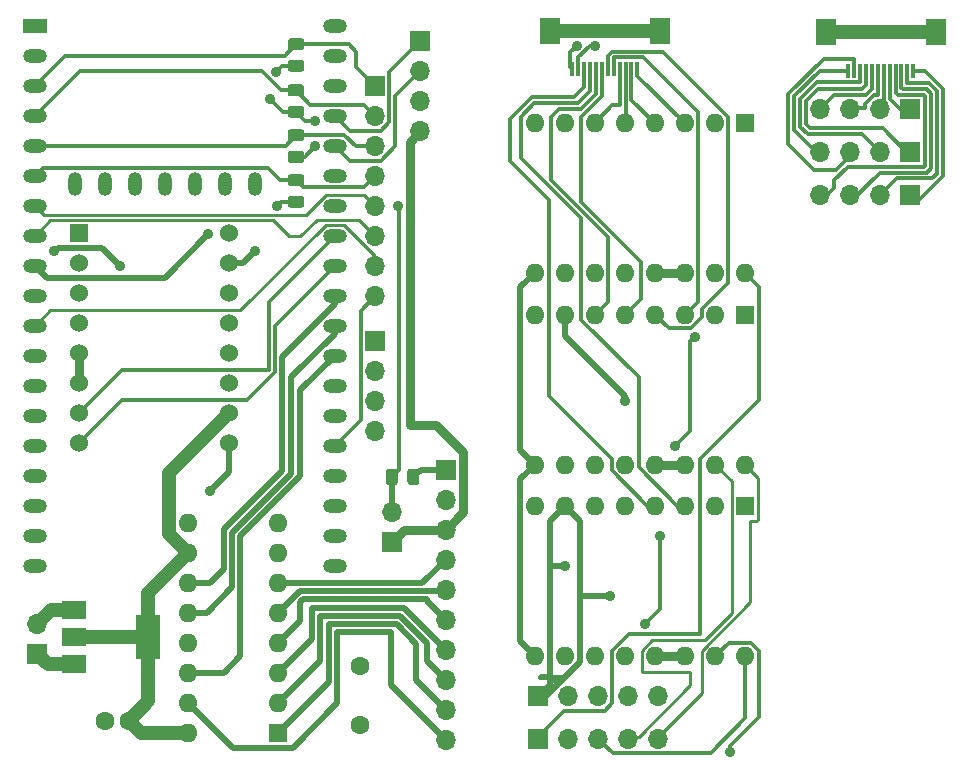
<source format=gbr>
%TF.GenerationSoftware,KiCad,Pcbnew,(7.0.0)*%
%TF.CreationDate,2023-05-19T14:17:49+07:00*%
%TF.ProjectId,wonder-reader-mk2-v2,776f6e64-6572-42d7-9265-616465722d6d,rev?*%
%TF.SameCoordinates,Original*%
%TF.FileFunction,Copper,L1,Top*%
%TF.FilePolarity,Positive*%
%FSLAX46Y46*%
G04 Gerber Fmt 4.6, Leading zero omitted, Abs format (unit mm)*
G04 Created by KiCad (PCBNEW (7.0.0)) date 2023-05-19 14:17:49*
%MOMM*%
%LPD*%
G01*
G04 APERTURE LIST*
%TA.AperFunction,ComponentPad*%
%ADD10R,1.600000X1.600000*%
%TD*%
%TA.AperFunction,ComponentPad*%
%ADD11O,1.600000X1.600000*%
%TD*%
%TA.AperFunction,SMDPad,CuDef*%
%ADD12R,2.000000X1.500000*%
%TD*%
%TA.AperFunction,SMDPad,CuDef*%
%ADD13R,2.000000X3.800000*%
%TD*%
%TA.AperFunction,SMDPad,CuDef*%
%ADD14R,0.300000X1.300000*%
%TD*%
%TA.AperFunction,SMDPad,CuDef*%
%ADD15R,1.800000X2.200000*%
%TD*%
%TA.AperFunction,ComponentPad*%
%ADD16C,1.600000*%
%TD*%
%TA.AperFunction,ComponentPad*%
%ADD17R,1.700000X1.700000*%
%TD*%
%TA.AperFunction,ComponentPad*%
%ADD18O,1.700000X1.700000*%
%TD*%
%TA.AperFunction,ComponentPad*%
%ADD19R,2.000000X1.200000*%
%TD*%
%TA.AperFunction,ComponentPad*%
%ADD20O,2.000000X1.200000*%
%TD*%
%TA.AperFunction,ComponentPad*%
%ADD21R,1.530000X1.530000*%
%TD*%
%TA.AperFunction,ComponentPad*%
%ADD22C,1.530000*%
%TD*%
%TA.AperFunction,ComponentPad*%
%ADD23O,1.200000X2.000000*%
%TD*%
%TA.AperFunction,ViaPad*%
%ADD24C,0.900000*%
%TD*%
%TA.AperFunction,Conductor*%
%ADD25C,0.300000*%
%TD*%
%TA.AperFunction,Conductor*%
%ADD26C,0.500000*%
%TD*%
%TA.AperFunction,Conductor*%
%ADD27C,1.200000*%
%TD*%
%TA.AperFunction,Conductor*%
%ADD28C,0.800000*%
%TD*%
%TA.AperFunction,Conductor*%
%ADD29C,0.250000*%
%TD*%
G04 APERTURE END LIST*
%TO.P,R1,1*%
%TO.N,/Limit_In*%
%TA.AperFunction,SMDPad,CuDef*%
G36*
G01*
X134726743Y-109728175D02*
X134726743Y-108828175D01*
G75*
G02*
X134976743Y-108578175I250000J0D01*
G01*
X135501743Y-108578175D01*
G75*
G02*
X135751743Y-108828175I0J-250000D01*
G01*
X135751743Y-109728175D01*
G75*
G02*
X135501743Y-109978175I-250000J0D01*
G01*
X134976743Y-109978175D01*
G75*
G02*
X134726743Y-109728175I0J250000D01*
G01*
G37*
%TD.AperFunction*%
%TO.P,R1,2*%
%TO.N,GND*%
%TA.AperFunction,SMDPad,CuDef*%
G36*
G01*
X136551743Y-109728175D02*
X136551743Y-108828175D01*
G75*
G02*
X136801743Y-108578175I250000J0D01*
G01*
X137326743Y-108578175D01*
G75*
G02*
X137576743Y-108828175I0J-250000D01*
G01*
X137576743Y-109728175D01*
G75*
G02*
X137326743Y-109978175I-250000J0D01*
G01*
X136801743Y-109978175D01*
G75*
G02*
X136551743Y-109728175I0J250000D01*
G01*
G37*
%TD.AperFunction*%
%TD*%
D10*
%TO.P,A1,1,GND*%
%TO.N,GND*%
X165154532Y-111755464D03*
D11*
%TO.P,A1,2,VDD*%
%TO.N,Net-(A1-VDD)*%
X162614532Y-111755464D03*
%TO.P,A1,3,1B*%
%TO.N,Net-(A1-1B)*%
X160074532Y-111755464D03*
%TO.P,A1,4,1A*%
%TO.N,Net-(A1-1A)*%
X157534532Y-111755464D03*
%TO.P,A1,5,2A*%
%TO.N,Net-(A1-2A)*%
X154994532Y-111755464D03*
%TO.P,A1,6,2B*%
%TO.N,Net-(A1-2B)*%
X152454532Y-111755464D03*
%TO.P,A1,7,GND*%
%TO.N,GND*%
X149914532Y-111755464D03*
%TO.P,A1,8,VMOT*%
%TO.N,Net-(A1-VMOT)*%
X147374532Y-111755464D03*
%TO.P,A1,9,~{ENABLE}*%
%TO.N,Net-(A1-~{ENABLE})*%
X147374532Y-124455464D03*
%TO.P,A1,10,MS1*%
%TO.N,unconnected-(A1-MS1-Pad10)*%
X149914532Y-124455464D03*
%TO.P,A1,11,MS2*%
%TO.N,unconnected-(A1-MS2-Pad11)*%
X152454532Y-124455464D03*
%TO.P,A1,12,MS3*%
%TO.N,unconnected-(A1-MS3-Pad12)*%
X154994532Y-124455464D03*
%TO.P,A1,13,~{RESET}*%
%TO.N,Net-(A1-~{RESET})*%
X157534532Y-124455464D03*
%TO.P,A1,14,~{SLEEP}*%
X160074532Y-124455464D03*
%TO.P,A1,15,STEP*%
%TO.N,Net-(A1-STEP)*%
X162614532Y-124455464D03*
%TO.P,A1,16,DIR*%
%TO.N,Net-(A1-DIR)*%
X165154532Y-124455464D03*
%TD*%
D12*
%TO.P,U3,1,GND*%
%TO.N,GND*%
X108314890Y-120562520D03*
%TO.P,U3,2,VO*%
%TO.N,+3.3V*%
X108314890Y-122862520D03*
D13*
X114614890Y-122862520D03*
D12*
%TO.P,U3,3,VI*%
%TO.N,+12V*%
X108314890Y-125162520D03*
%TD*%
D14*
%TO.P,J12,1,Pin_1*%
%TO.N,Net-(J12-Pin_1)*%
X179381216Y-74872391D03*
%TO.P,J12,2,Pin_2*%
%TO.N,Net-(J12-Pin_2)*%
X178881216Y-74872391D03*
%TO.P,J12,3,Pin_3*%
%TO.N,Net-(J12-Pin_3)*%
X178381216Y-74872391D03*
%TO.P,J12,4,Pin_4*%
%TO.N,Net-(J12-Pin_4)*%
X177881216Y-74872391D03*
%TO.P,J12,5,Pin_5*%
%TO.N,Net-(J11-Pin_1)*%
X177381216Y-74872391D03*
%TO.P,J12,6,Pin_6*%
%TO.N,Net-(J11-Pin_2)*%
X176881216Y-74872391D03*
%TO.P,J12,7,Pin_7*%
%TO.N,Net-(J11-Pin_3)*%
X176381216Y-74872391D03*
%TO.P,J12,8,Pin_8*%
%TO.N,Net-(J11-Pin_4)*%
X175881216Y-74872391D03*
%TO.P,J12,9,Pin_9*%
%TO.N,Net-(J10-Pin_1)*%
X175381216Y-74872391D03*
%TO.P,J12,10,Pin_10*%
%TO.N,Net-(J10-Pin_2)*%
X174881216Y-74872391D03*
%TO.P,J12,11,Pin_11*%
%TO.N,Net-(J10-Pin_3)*%
X174381216Y-74872391D03*
%TO.P,J12,12,Pin_12*%
%TO.N,Net-(J10-Pin_4)*%
X173881216Y-74872391D03*
D15*
%TO.P,J12,MP,MountPin*%
%TO.N,unconnected-(J12-MountPin-PadMP)*%
X181281216Y-71622391D03*
X171981216Y-71622391D03*
%TD*%
D10*
%TO.P,U5,1,QB*%
%TO.N,Net-(J3-Pin_9)*%
X125616850Y-130944114D03*
D11*
%TO.P,U5,2,QC*%
%TO.N,Net-(J3-Pin_8)*%
X125616850Y-128404114D03*
%TO.P,U5,3,QD*%
%TO.N,Net-(J3-Pin_7)*%
X125616850Y-125864114D03*
%TO.P,U5,4,QE*%
%TO.N,Net-(J3-Pin_6)*%
X125616850Y-123324114D03*
%TO.P,U5,5,QF*%
%TO.N,Net-(J3-Pin_5)*%
X125616850Y-120784114D03*
%TO.P,U5,6,QG*%
%TO.N,Net-(J3-Pin_4)*%
X125616850Y-118244114D03*
%TO.P,U5,7,QH*%
%TO.N,unconnected-(U5-QH-Pad7)*%
X125616850Y-115704114D03*
%TO.P,U5,8,GND*%
%TO.N,GND*%
X125616850Y-113164114D03*
%TO.P,U5,9,QH'*%
%TO.N,unconnected-(U5-QH'-Pad9)*%
X117996850Y-113164114D03*
%TO.P,U5,10,~{SRCLR}*%
%TO.N,+3.3V*%
X117996850Y-115704114D03*
%TO.P,U5,11,SRCLK*%
%TO.N,/SER*%
X117996850Y-118244114D03*
%TO.P,U5,12,RCLK*%
%TO.N,/RCLK*%
X117996850Y-120784114D03*
%TO.P,U5,13,~{OE}*%
%TO.N,GND*%
X117996850Y-123324114D03*
%TO.P,U5,14,SER*%
%TO.N,/SRCLK*%
X117996850Y-125864114D03*
%TO.P,U5,15,QA*%
%TO.N,Net-(J3-Pin_10)*%
X117996850Y-128404114D03*
%TO.P,U5,16,VCC*%
%TO.N,+3.3V*%
X117996850Y-130944114D03*
%TD*%
D16*
%TO.P,C1,1*%
%TO.N,+12V*%
X132541682Y-130270696D03*
%TO.P,C1,2*%
%TO.N,GND*%
X132541682Y-125270696D03*
%TD*%
D17*
%TO.P,J3,1,Pin_1*%
%TO.N,GND*%
X139787204Y-108660183D03*
D18*
%TO.P,J3,2,Pin_2*%
%TO.N,+12V*%
X139787204Y-111200183D03*
%TO.P,J3,3,Pin_3*%
%TO.N,+3.3V*%
X139787204Y-113740183D03*
%TO.P,J3,4,Pin_4*%
%TO.N,Net-(J3-Pin_4)*%
X139787204Y-116280183D03*
%TO.P,J3,5,Pin_5*%
%TO.N,Net-(J3-Pin_5)*%
X139787204Y-118820183D03*
%TO.P,J3,6,Pin_6*%
%TO.N,Net-(J3-Pin_6)*%
X139787204Y-121360183D03*
%TO.P,J3,7,Pin_7*%
%TO.N,Net-(J3-Pin_7)*%
X139787204Y-123900183D03*
%TO.P,J3,8,Pin_8*%
%TO.N,Net-(J3-Pin_8)*%
X139787204Y-126440183D03*
%TO.P,J3,9,Pin_9*%
%TO.N,Net-(J3-Pin_9)*%
X139787204Y-128980183D03*
%TO.P,J3,10,Pin_10*%
%TO.N,Net-(J3-Pin_10)*%
X139787204Y-131520183D03*
%TD*%
D17*
%TO.P,J7,1,Pin_1*%
%TO.N,Net-(A3-DIR)*%
X147646952Y-131432444D03*
D18*
%TO.P,J7,2,Pin_2*%
%TO.N,Net-(A1-STEP)*%
X150186952Y-131432444D03*
%TO.P,J7,3,Pin_3*%
%TO.N,Net-(A1-DIR)*%
X152726952Y-131432444D03*
%TO.P,J7,4,Pin_4*%
%TO.N,Net-(A2-STEP)*%
X155266952Y-131432444D03*
%TO.P,J7,5,Pin_5*%
%TO.N,Net-(A2-DIR)*%
X157806952Y-131432444D03*
%TD*%
D17*
%TO.P,J6,1,Pin_1*%
%TO.N,/TX*%
X137638552Y-72413937D03*
D18*
%TO.P,J6,2,Pin_2*%
%TO.N,/RX*%
X137638552Y-74953937D03*
%TO.P,J6,3,Pin_3*%
%TO.N,GND*%
X137638552Y-77493937D03*
%TO.P,J6,4,Pin_4*%
%TO.N,+3.3V*%
X137638552Y-80033937D03*
%TD*%
D16*
%TO.P,C2,1*%
%TO.N,GND*%
X110968553Y-129915928D03*
%TO.P,C2,2*%
%TO.N,+3.3V*%
X112968553Y-129915928D03*
%TD*%
D14*
%TO.P,J8,1,Pin_1*%
%TO.N,Net-(A3-1B)*%
X156022651Y-74764154D03*
%TO.P,J8,2,Pin_2*%
%TO.N,Net-(A3-1A)*%
X155522651Y-74764154D03*
%TO.P,J8,3,Pin_3*%
%TO.N,Net-(A3-2A)*%
X155022651Y-74764154D03*
%TO.P,J8,4,Pin_4*%
%TO.N,Net-(A3-2B)*%
X154522651Y-74764154D03*
%TO.P,J8,5,Pin_5*%
%TO.N,Net-(A2-1B)*%
X154022651Y-74764154D03*
%TO.P,J8,6,Pin_6*%
%TO.N,Net-(A2-1A)*%
X153522651Y-74764154D03*
%TO.P,J8,7,Pin_7*%
%TO.N,Net-(A2-2A)*%
X153022651Y-74764154D03*
%TO.P,J8,8,Pin_8*%
%TO.N,Net-(A2-2B)*%
X152522651Y-74764154D03*
%TO.P,J8,9,Pin_9*%
%TO.N,Net-(A1-1B)*%
X152022651Y-74764154D03*
%TO.P,J8,10,Pin_10*%
%TO.N,Net-(A1-1A)*%
X151522651Y-74764154D03*
%TO.P,J8,11,Pin_11*%
%TO.N,Net-(A1-2A)*%
X151022651Y-74764154D03*
%TO.P,J8,12,Pin_12*%
%TO.N,Net-(A1-2B)*%
X150522651Y-74764154D03*
D15*
%TO.P,J8,MP,MountPin*%
%TO.N,unconnected-(J8-MountPin-PadMP)*%
X157922651Y-71514154D03*
X148622651Y-71514154D03*
%TD*%
D10*
%TO.P,A2,1,GND*%
%TO.N,GND*%
X165154532Y-95545464D03*
D11*
%TO.P,A2,2,VDD*%
%TO.N,Net-(A1-VDD)*%
X162614532Y-95545464D03*
%TO.P,A2,3,1B*%
%TO.N,Net-(A2-1B)*%
X160074532Y-95545464D03*
%TO.P,A2,4,1A*%
%TO.N,Net-(A2-1A)*%
X157534532Y-95545464D03*
%TO.P,A2,5,2A*%
%TO.N,Net-(A2-2A)*%
X154994532Y-95545464D03*
%TO.P,A2,6,2B*%
%TO.N,Net-(A2-2B)*%
X152454532Y-95545464D03*
%TO.P,A2,7,GND*%
%TO.N,GND*%
X149914532Y-95545464D03*
%TO.P,A2,8,VMOT*%
%TO.N,Net-(A1-VMOT)*%
X147374532Y-95545464D03*
%TO.P,A2,9,~{ENABLE}*%
%TO.N,Net-(A1-~{ENABLE})*%
X147374532Y-108245464D03*
%TO.P,A2,10,MS1*%
%TO.N,unconnected-(A2-MS1-Pad10)*%
X149914532Y-108245464D03*
%TO.P,A2,11,MS2*%
%TO.N,unconnected-(A2-MS2-Pad11)*%
X152454532Y-108245464D03*
%TO.P,A2,12,MS3*%
%TO.N,unconnected-(A2-MS3-Pad12)*%
X154994532Y-108245464D03*
%TO.P,A2,13,~{RESET}*%
%TO.N,Net-(A2-~{RESET})*%
X157534532Y-108245464D03*
%TO.P,A2,14,~{SLEEP}*%
X160074532Y-108245464D03*
%TO.P,A2,15,STEP*%
%TO.N,Net-(A2-STEP)*%
X162614532Y-108245464D03*
%TO.P,A2,16,DIR*%
%TO.N,Net-(A2-DIR)*%
X165154532Y-108245464D03*
%TD*%
%TO.P,R3,1*%
%TO.N,GND*%
%TA.AperFunction,SMDPad,CuDef*%
G36*
G01*
X127579854Y-74986004D02*
X126679854Y-74986004D01*
G75*
G02*
X126429854Y-74736004I0J250000D01*
G01*
X126429854Y-74211004D01*
G75*
G02*
X126679854Y-73961004I250000J0D01*
G01*
X127579854Y-73961004D01*
G75*
G02*
X127829854Y-74211004I0J-250000D01*
G01*
X127829854Y-74736004D01*
G75*
G02*
X127579854Y-74986004I-250000J0D01*
G01*
G37*
%TD.AperFunction*%
%TO.P,R3,2*%
%TO.N,/Matrix_I4*%
%TA.AperFunction,SMDPad,CuDef*%
G36*
G01*
X127579854Y-73161004D02*
X126679854Y-73161004D01*
G75*
G02*
X126429854Y-72911004I0J250000D01*
G01*
X126429854Y-72386004D01*
G75*
G02*
X126679854Y-72136004I250000J0D01*
G01*
X127579854Y-72136004D01*
G75*
G02*
X127829854Y-72386004I0J-250000D01*
G01*
X127829854Y-72911004D01*
G75*
G02*
X127579854Y-73161004I-250000J0D01*
G01*
G37*
%TD.AperFunction*%
%TD*%
D17*
%TO.P,J4,1,Pin_1*%
%TO.N,+3.3V*%
X135246505Y-114775026D03*
D18*
%TO.P,J4,2,Pin_2*%
%TO.N,/Limit_In*%
X135246505Y-112235026D03*
%TD*%
D17*
%TO.P,J5,1,Pin_1*%
%TO.N,/Matrix_I4*%
X133828552Y-76213937D03*
D18*
%TO.P,J5,2,Pin_2*%
%TO.N,/Matrix_I3*%
X133828552Y-78753937D03*
%TO.P,J5,3,Pin_3*%
%TO.N,/Matrix_I2*%
X133828552Y-81293937D03*
%TO.P,J5,4,Pin_4*%
%TO.N,/Matrix_I1*%
X133828552Y-83833937D03*
%TO.P,J5,5,Pin_5*%
%TO.N,/Matrix_O4*%
X133828552Y-86373937D03*
%TO.P,J5,6,Pin_6*%
%TO.N,/Matrix_O3*%
X133828552Y-88913937D03*
%TO.P,J5,7,Pin_7*%
%TO.N,/Matrix_O2*%
X133828552Y-91453937D03*
%TO.P,J5,8,Pin_8*%
%TO.N,/Matrix_O1*%
X133828552Y-93993937D03*
%TD*%
%TO.P,R4,1*%
%TO.N,GND*%
%TA.AperFunction,SMDPad,CuDef*%
G36*
G01*
X127571053Y-82705000D02*
X126671053Y-82705000D01*
G75*
G02*
X126421053Y-82455000I0J250000D01*
G01*
X126421053Y-81930000D01*
G75*
G02*
X126671053Y-81680000I250000J0D01*
G01*
X127571053Y-81680000D01*
G75*
G02*
X127821053Y-81930000I0J-250000D01*
G01*
X127821053Y-82455000D01*
G75*
G02*
X127571053Y-82705000I-250000J0D01*
G01*
G37*
%TD.AperFunction*%
%TO.P,R4,2*%
%TO.N,/Matrix_I2*%
%TA.AperFunction,SMDPad,CuDef*%
G36*
G01*
X127571053Y-80880000D02*
X126671053Y-80880000D01*
G75*
G02*
X126421053Y-80630000I0J250000D01*
G01*
X126421053Y-80105000D01*
G75*
G02*
X126671053Y-79855000I250000J0D01*
G01*
X127571053Y-79855000D01*
G75*
G02*
X127821053Y-80105000I0J-250000D01*
G01*
X127821053Y-80630000D01*
G75*
G02*
X127571053Y-80880000I-250000J0D01*
G01*
G37*
%TD.AperFunction*%
%TD*%
D19*
%TO.P,U1,1,3V3*%
%TO.N,+3.3V*%
X105014959Y-71094589D03*
D20*
%TO.P,U1,2,CHIP_PU*%
%TO.N,unconnected-(U1-CHIP_PU-Pad2)*%
X105014959Y-73634589D03*
%TO.P,U1,3,SENSOR_VP/GPIO36/ADC1_CH0*%
%TO.N,/Matrix_I4*%
X105014959Y-76174589D03*
%TO.P,U1,4,SENSOR_VN/GPIO39/ADC1_CH3*%
%TO.N,/Matrix_I3*%
X105014959Y-78714589D03*
%TO.P,U1,5,VDET_1/GPIO34/ADC1_CH6*%
%TO.N,/Matrix_I2*%
X105014959Y-81254589D03*
%TO.P,U1,6,VDET_2/GPIO35/ADC1_CH7*%
%TO.N,/Matrix_I1*%
X105014959Y-83794589D03*
%TO.P,U1,7,32K_XP/GPIO32/ADC1_CH4*%
%TO.N,/Matrix_O4*%
X105014959Y-86334589D03*
%TO.P,U1,8,32K_XN/GPIO33/ADC1_CH5*%
%TO.N,/Matrix_O3*%
X105014959Y-88874589D03*
%TO.P,U1,9,DAC_1/ADC2_CH8/GPIO25*%
%TO.N,/LRC*%
X105014959Y-91414589D03*
%TO.P,U1,10,DAC_2/ADC2_CH9/GPIO26*%
%TO.N,/BCLK*%
X105014959Y-93954589D03*
%TO.P,U1,11,ADC2_CH7/GPIO27*%
%TO.N,/Matrix_O2*%
X105014959Y-96494589D03*
%TO.P,U1,12,MTMS/GPIO14/ADC2_CH6*%
%TO.N,unconnected-(U1-MTMS{slash}GPIO14{slash}ADC2_CH6-Pad12)*%
X105014959Y-99034589D03*
%TO.P,U1,13,\u002AMTDI/GPIO12/ADC2_CH5*%
%TO.N,unconnected-(U1-\u002AMTDI{slash}GPIO12{slash}ADC2_CH5-Pad13)*%
X105014959Y-101574589D03*
%TO.P,U1,14,GND*%
%TO.N,unconnected-(U1-GND-Pad14)*%
X105014959Y-104114589D03*
%TO.P,U1,15,MTCK/GPIO13/ADC2_CH4*%
%TO.N,unconnected-(U1-MTCK{slash}GPIO13{slash}ADC2_CH4-Pad15)*%
X105014959Y-106654589D03*
%TO.P,U1,16,SD_DATA2/GPIO9*%
%TO.N,unconnected-(U1-SD_DATA2{slash}GPIO9-Pad16)*%
X105014959Y-109194589D03*
%TO.P,U1,17,SD_DATA3/GPIO10*%
%TO.N,unconnected-(U1-SD_DATA3{slash}GPIO10-Pad17)*%
X105014959Y-111734589D03*
%TO.P,U1,18,CMD*%
%TO.N,unconnected-(U1-CMD-Pad18)*%
X105014959Y-114274589D03*
%TO.P,U1,19,5V*%
%TO.N,unconnected-(U1-5V-Pad19)*%
X105014959Y-116814589D03*
%TO.P,U1,20,SD_CLK/GPIO6*%
%TO.N,unconnected-(U1-SD_CLK{slash}GPIO6-Pad20)*%
X130411279Y-116811869D03*
%TO.P,U1,21,SD_DATA0/GPIO7*%
%TO.N,unconnected-(U1-SD_DATA0{slash}GPIO7-Pad21)*%
X130411279Y-114271869D03*
%TO.P,U1,22,SD_DATA1/GPIO8*%
%TO.N,unconnected-(U1-SD_DATA1{slash}GPIO8-Pad22)*%
X130414959Y-111734589D03*
%TO.P,U1,23,\u002AMTDO/GPIO15/ADC2_CH3*%
%TO.N,unconnected-(U1-\u002AMTDO{slash}GPIO15{slash}ADC2_CH3-Pad23)*%
X130414959Y-109194589D03*
%TO.P,U1,24,ADC2_CH2/\u002AGPIO2*%
%TO.N,/Matrix_O1*%
X130414959Y-106654589D03*
%TO.P,U1,25,\u002AGPIO0/BOOT/ADC2_CH1*%
%TO.N,unconnected-(U1-\u002AGPIO0{slash}BOOT{slash}ADC2_CH1-Pad25)*%
X130414959Y-104114589D03*
%TO.P,U1,26,ADC2_CH0/GPIO4*%
%TO.N,unconnected-(U1-ADC2_CH0{slash}GPIO4-Pad26)*%
X130414959Y-101574589D03*
%TO.P,U1,27,GPIO16*%
%TO.N,/SRCLK*%
X130414959Y-99034589D03*
%TO.P,U1,28,GPIO17*%
%TO.N,/RCLK*%
X130414959Y-96494589D03*
%TO.P,U1,29,\u002AGPIO5*%
%TO.N,/SER*%
X130414959Y-93954589D03*
%TO.P,U1,30,GPIO18*%
%TO.N,/Dir*%
X130414959Y-91414589D03*
%TO.P,U1,31,GPIO19*%
%TO.N,/Step*%
X130414959Y-88874589D03*
%TO.P,U1,32,GND*%
%TO.N,GND*%
X130414959Y-86334589D03*
%TO.P,U1,33,GPIO21*%
%TO.N,/Limit_In*%
X130414959Y-83794589D03*
%TO.P,U1,34,U0RXD/GPIO3*%
%TO.N,/RX*%
X130414959Y-81254589D03*
%TO.P,U1,35,U0TXD/GPIO1*%
%TO.N,/TX*%
X130414959Y-78714589D03*
%TO.P,U1,36,GPIO22*%
%TO.N,/Stepper_Ena*%
X130414959Y-76174589D03*
%TO.P,U1,37,GPIO23*%
%TO.N,/DIN*%
X130414959Y-73634589D03*
%TO.P,U1,38,GND*%
%TO.N,GND*%
X130414959Y-71094589D03*
%TD*%
D17*
%TO.P,J11,1,Pin_1*%
%TO.N,Net-(J11-Pin_1)*%
X179122293Y-78163587D03*
D18*
%TO.P,J11,2,Pin_2*%
%TO.N,Net-(J11-Pin_2)*%
X176582293Y-78163587D03*
%TO.P,J11,3,Pin_3*%
%TO.N,Net-(J11-Pin_3)*%
X174042293Y-78163587D03*
%TO.P,J11,4,Pin_4*%
%TO.N,Net-(J11-Pin_4)*%
X171502293Y-78163587D03*
%TD*%
%TO.P,R5,1*%
%TO.N,GND*%
%TA.AperFunction,SMDPad,CuDef*%
G36*
G01*
X127571053Y-86488938D02*
X126671053Y-86488938D01*
G75*
G02*
X126421053Y-86238938I0J250000D01*
G01*
X126421053Y-85713938D01*
G75*
G02*
X126671053Y-85463938I250000J0D01*
G01*
X127571053Y-85463938D01*
G75*
G02*
X127821053Y-85713938I0J-250000D01*
G01*
X127821053Y-86238938D01*
G75*
G02*
X127571053Y-86488938I-250000J0D01*
G01*
G37*
%TD.AperFunction*%
%TO.P,R5,2*%
%TO.N,/Matrix_I1*%
%TA.AperFunction,SMDPad,CuDef*%
G36*
G01*
X127571053Y-84663938D02*
X126671053Y-84663938D01*
G75*
G02*
X126421053Y-84413938I0J250000D01*
G01*
X126421053Y-83888938D01*
G75*
G02*
X126671053Y-83638938I250000J0D01*
G01*
X127571053Y-83638938D01*
G75*
G02*
X127821053Y-83888938I0J-250000D01*
G01*
X127821053Y-84413938D01*
G75*
G02*
X127571053Y-84663938I-250000J0D01*
G01*
G37*
%TD.AperFunction*%
%TD*%
D17*
%TO.P,J2,1,Pin_1*%
%TO.N,+12V*%
X105210563Y-124253439D03*
D18*
%TO.P,J2,2,Pin_2*%
%TO.N,GND*%
X105210563Y-121713439D03*
%TD*%
D17*
%TO.P,J9,1,Pin_1*%
%TO.N,Net-(J12-Pin_1)*%
X179099848Y-85424370D03*
D18*
%TO.P,J9,2,Pin_2*%
%TO.N,Net-(J12-Pin_2)*%
X176559848Y-85424370D03*
%TO.P,J9,3,Pin_3*%
%TO.N,Net-(J12-Pin_3)*%
X174019848Y-85424370D03*
%TO.P,J9,4,Pin_4*%
%TO.N,Net-(J12-Pin_4)*%
X171479848Y-85424370D03*
%TD*%
D17*
%TO.P,J10,1,Pin_1*%
%TO.N,Net-(J10-Pin_1)*%
X179108102Y-81809580D03*
D18*
%TO.P,J10,2,Pin_2*%
%TO.N,Net-(J10-Pin_2)*%
X176568102Y-81809580D03*
%TO.P,J10,3,Pin_3*%
%TO.N,Net-(J10-Pin_3)*%
X174028102Y-81809580D03*
%TO.P,J10,4,Pin_4*%
%TO.N,Net-(J10-Pin_4)*%
X171488102Y-81809580D03*
%TD*%
D17*
%TO.P,J1,1,Pin_1*%
%TO.N,Net-(J1-Pin_1)*%
X133828552Y-97803937D03*
D18*
%TO.P,J1,2,Pin_2*%
%TO.N,Net-(J1-Pin_2)*%
X133828552Y-100343937D03*
%TO.P,J1,3,Pin_3*%
%TO.N,Net-(J1-Pin_3)*%
X133828552Y-102883937D03*
%TO.P,J1,4,Pin_4*%
%TO.N,Net-(J1-Pin_4)*%
X133828552Y-105423937D03*
%TD*%
D10*
%TO.P,A3,1,GND*%
%TO.N,GND*%
X165099999Y-79293319D03*
D11*
%TO.P,A3,2,VDD*%
%TO.N,Net-(A1-VDD)*%
X162559999Y-79293319D03*
%TO.P,A3,3,1B*%
%TO.N,Net-(A3-1B)*%
X160019999Y-79293319D03*
%TO.P,A3,4,1A*%
%TO.N,Net-(A3-1A)*%
X157479999Y-79293319D03*
%TO.P,A3,5,2A*%
%TO.N,Net-(A3-2A)*%
X154939999Y-79293319D03*
%TO.P,A3,6,2B*%
%TO.N,Net-(A3-2B)*%
X152399999Y-79293319D03*
%TO.P,A3,7,GND*%
%TO.N,GND*%
X149859999Y-79293319D03*
%TO.P,A3,8,VMOT*%
%TO.N,Net-(A1-VMOT)*%
X147319999Y-79293319D03*
%TO.P,A3,9,~{ENABLE}*%
%TO.N,Net-(A1-~{ENABLE})*%
X147319999Y-91993319D03*
%TO.P,A3,10,MS1*%
%TO.N,unconnected-(A3-MS1-Pad10)*%
X149859999Y-91993319D03*
%TO.P,A3,11,MS2*%
%TO.N,unconnected-(A3-MS2-Pad11)*%
X152399999Y-91993319D03*
%TO.P,A3,12,MS3*%
%TO.N,unconnected-(A3-MS3-Pad12)*%
X154939999Y-91993319D03*
%TO.P,A3,13,~{RESET}*%
%TO.N,Net-(A3-~{RESET})*%
X157479999Y-91993319D03*
%TO.P,A3,14,~{SLEEP}*%
X160019999Y-91993319D03*
%TO.P,A3,15,STEP*%
%TO.N,Net-(A3-STEP)*%
X162559999Y-91993319D03*
%TO.P,A3,16,DIR*%
%TO.N,Net-(A3-DIR)*%
X165099999Y-91993319D03*
%TD*%
D21*
%TO.P,U2,1,~{ENABLE}*%
%TO.N,/Stepper_Ena*%
X108776201Y-88658017D03*
D22*
%TO.P,U2,2,MS1*%
%TO.N,unconnected-(U2-MS1-Pad2)*%
X108776202Y-91198018D03*
%TO.P,U2,3,MS2*%
%TO.N,unconnected-(U2-MS2-Pad3)*%
X108776202Y-93738018D03*
%TO.P,U2,4,MS3*%
%TO.N,unconnected-(U2-MS3-Pad4)*%
X108776202Y-96278018D03*
%TO.P,U2,5,~{RESET}*%
%TO.N,Net-(U2-~{RESET})*%
X108776202Y-98818018D03*
%TO.P,U2,6,~{SLEEP}*%
X108776202Y-101358018D03*
%TO.P,U2,7,STEP*%
%TO.N,/Step*%
X108776202Y-103898018D03*
%TO.P,U2,8,DIR*%
%TO.N,/Dir*%
X108776202Y-106438018D03*
%TO.P,U2,9,GND*%
%TO.N,GND*%
X121476202Y-106438018D03*
%TO.P,U2,10,VDD*%
%TO.N,+3.3V*%
X121476202Y-103898018D03*
%TO.P,U2,11,1B*%
%TO.N,Net-(J1-Pin_4)*%
X121476202Y-101358018D03*
%TO.P,U2,12,1A*%
%TO.N,Net-(J1-Pin_3)*%
X121476202Y-98818018D03*
%TO.P,U2,13,2A*%
%TO.N,Net-(J1-Pin_2)*%
X121476202Y-96278018D03*
%TO.P,U2,14,2B*%
%TO.N,Net-(J1-Pin_1)*%
X121476202Y-93738018D03*
%TO.P,U2,15,GND*%
%TO.N,GND*%
X121476202Y-91198018D03*
%TO.P,U2,16,VMOT*%
%TO.N,+12V*%
X121476202Y-88658018D03*
%TD*%
D17*
%TO.P,J14,1,Pin_1*%
%TO.N,GND*%
X147633171Y-127822421D03*
D18*
%TO.P,J14,2,Pin_2*%
%TO.N,Net-(A1-VMOT)*%
X150173171Y-127822421D03*
%TO.P,J14,3,Pin_3*%
%TO.N,Net-(A1-VDD)*%
X152713171Y-127822421D03*
%TO.P,J14,4,Pin_4*%
%TO.N,Net-(A1-~{ENABLE})*%
X155253171Y-127822421D03*
%TO.P,J14,5,Pin_5*%
%TO.N,Net-(A3-STEP)*%
X157793171Y-127822421D03*
%TD*%
%TO.P,R2,1*%
%TO.N,GND*%
%TA.AperFunction,SMDPad,CuDef*%
G36*
G01*
X127554034Y-78884819D02*
X126654034Y-78884819D01*
G75*
G02*
X126404034Y-78634819I0J250000D01*
G01*
X126404034Y-78109819D01*
G75*
G02*
X126654034Y-77859819I250000J0D01*
G01*
X127554034Y-77859819D01*
G75*
G02*
X127804034Y-78109819I0J-250000D01*
G01*
X127804034Y-78634819D01*
G75*
G02*
X127554034Y-78884819I-250000J0D01*
G01*
G37*
%TD.AperFunction*%
%TO.P,R2,2*%
%TO.N,/Matrix_I3*%
%TA.AperFunction,SMDPad,CuDef*%
G36*
G01*
X127554034Y-77059819D02*
X126654034Y-77059819D01*
G75*
G02*
X126404034Y-76809819I0J250000D01*
G01*
X126404034Y-76284819D01*
G75*
G02*
X126654034Y-76034819I250000J0D01*
G01*
X127554034Y-76034819D01*
G75*
G02*
X127804034Y-76284819I0J-250000D01*
G01*
X127804034Y-76809819D01*
G75*
G02*
X127554034Y-77059819I-250000J0D01*
G01*
G37*
%TD.AperFunction*%
%TD*%
D23*
%TO.P,U6,1,VIN*%
%TO.N,+3.3V*%
X108440671Y-84452759D03*
%TO.P,U6,2,GND*%
%TO.N,GND*%
X110980671Y-84452759D03*
%TO.P,U6,3,GAIN*%
X113520671Y-84452759D03*
%TO.P,U6,4,DIN*%
%TO.N,/DIN*%
X116060671Y-84452759D03*
%TO.P,U6,5,BCLK*%
%TO.N,/BCLK*%
X118600671Y-84452759D03*
%TO.P,U6,6,LRC*%
%TO.N,/LRC*%
X121140671Y-84452759D03*
%TO.P,U6,7,SD*%
%TO.N,unconnected-(U6-SD-Pad7)*%
X123680671Y-84452759D03*
%TD*%
D24*
%TO.N,GND*%
X123690453Y-90170000D03*
X128695818Y-79165818D03*
X119880453Y-110490000D03*
X149860000Y-116840000D03*
X124960453Y-77296819D03*
X128762702Y-81280000D03*
X154940000Y-102870000D03*
X125554835Y-86310500D03*
X153670000Y-119380000D03*
X125425735Y-74981102D03*
%TO.N,+3.3V*%
X112260453Y-91440000D03*
X106661702Y-90150250D03*
%TO.N,/Limit_In*%
X135739053Y-86360000D03*
%TO.N,/LRC*%
X119709161Y-88728708D03*
%TO.N,Net-(A3-STEP)*%
X157980453Y-114300000D03*
X160907996Y-97410775D03*
X156710453Y-121696579D03*
X159250453Y-106680000D03*
%TO.N,Net-(A1-2A)*%
X152400000Y-72763655D03*
%TO.N,Net-(A1-2B)*%
X150878921Y-72777222D03*
%TO.N,Net-(A1-STEP)*%
X163830000Y-132587943D03*
%TD*%
D25*
%TO.N,Net-(A1-STEP)*%
X165630879Y-123305465D02*
X163764533Y-123305465D01*
X166304533Y-123979119D02*
X165630879Y-123305465D01*
X166304533Y-129631675D02*
X166304533Y-123979119D01*
X163764533Y-123305465D02*
X162614533Y-124455465D01*
X163830000Y-132106208D02*
X166304533Y-129631675D01*
X163830000Y-132587943D02*
X163830000Y-132106208D01*
D26*
%TO.N,+3.3V*%
X106661702Y-90150250D02*
X106938934Y-89873018D01*
X106938934Y-89873018D02*
X110693471Y-89873018D01*
X110693471Y-89873018D02*
X112260453Y-91440000D01*
D25*
%TO.N,/Limit_In*%
X135839053Y-108678365D02*
X135239243Y-109278175D01*
X135839053Y-86460000D02*
X135839053Y-108678365D01*
X135739053Y-86360000D02*
X135839053Y-86460000D01*
%TO.N,Net-(A3-STEP)*%
X160520453Y-105410000D02*
X159250453Y-106680000D01*
X160520453Y-97798318D02*
X160520453Y-105410000D01*
X160907996Y-97410775D02*
X160520453Y-97798318D01*
%TO.N,GND*%
X125554835Y-86310500D02*
X125888897Y-85976438D01*
X125888897Y-85976438D02*
X127121053Y-85976438D01*
D26*
X154940000Y-102870000D02*
X154940000Y-102414967D01*
X154940000Y-102414967D02*
X149914533Y-97389500D01*
X149914533Y-97389500D02*
X149914533Y-95545465D01*
D25*
X127850202Y-82192500D02*
X127121053Y-82192500D01*
X128762702Y-81280000D02*
X127850202Y-82192500D01*
X127897533Y-79165818D02*
X127104034Y-78372319D01*
X128695818Y-79165818D02*
X127897533Y-79165818D01*
%TO.N,/Matrix_I3*%
X125860581Y-76547319D02*
X127104034Y-76547319D01*
X124243262Y-74930000D02*
X125860581Y-76547319D01*
X108799550Y-74930000D02*
X124243262Y-74930000D01*
X105014960Y-78714590D02*
X108799550Y-74930000D01*
%TO.N,Net-(A1-2B)*%
X150360453Y-74601956D02*
X150522652Y-74764155D01*
X150360453Y-73335602D02*
X150360453Y-74601956D01*
X150878921Y-72817134D02*
X150360453Y-73335602D01*
X150878921Y-72777222D02*
X150878921Y-72817134D01*
%TO.N,Net-(A1-2A)*%
X151022652Y-73764155D02*
X151022652Y-74764155D01*
X152023152Y-72763655D02*
X151022652Y-73764155D01*
X152400000Y-72763655D02*
X152023152Y-72763655D01*
D27*
%TO.N,+12V*%
X106119645Y-125162521D02*
X108314891Y-125162521D01*
X105210564Y-124253440D02*
X106119645Y-125162521D01*
D26*
%TO.N,GND*%
X121476202Y-108894251D02*
X119880453Y-110490000D01*
D27*
X105210564Y-121713440D02*
X106361483Y-120562521D01*
D26*
X148624533Y-126916123D02*
X148624533Y-116840000D01*
X147633172Y-127822422D02*
X148315343Y-127822422D01*
X148624533Y-116840000D02*
X149860000Y-116840000D01*
X151204533Y-124933232D02*
X151204533Y-119380000D01*
X148315343Y-127822422D02*
X151204533Y-124933232D01*
D25*
X127104034Y-78372319D02*
X126035953Y-78372319D01*
D26*
X148624533Y-116840000D02*
X148624533Y-113045465D01*
D25*
X126035953Y-78372319D02*
X124960453Y-77296819D01*
D26*
X122662435Y-91198018D02*
X123690453Y-90170000D01*
D27*
X106361483Y-120562521D02*
X108314891Y-120562521D01*
D26*
X137682234Y-108660184D02*
X137064243Y-109278175D01*
X121476202Y-106438018D02*
X121476202Y-108894251D01*
X151204533Y-119380000D02*
X153670000Y-119380000D01*
X121476202Y-91198018D02*
X122662435Y-91198018D01*
X148624533Y-113045465D02*
X149914533Y-111755465D01*
X139787205Y-108660184D02*
X137682234Y-108660184D01*
D25*
X127129854Y-74473504D02*
X125933333Y-74473504D01*
X125933333Y-74473504D02*
X125425735Y-74981102D01*
D26*
X151204533Y-113045465D02*
X149914533Y-111755465D01*
X151204533Y-119380000D02*
X151204533Y-113045465D01*
X147648894Y-127891762D02*
X148624533Y-126916123D01*
D28*
%TO.N,+3.3V*%
X141237205Y-107210184D02*
X141237205Y-112290184D01*
X136788553Y-80883938D02*
X136788553Y-104915144D01*
D27*
X117996851Y-130944115D02*
X113996740Y-130944115D01*
D28*
X137638553Y-80033938D02*
X136788553Y-80883938D01*
D27*
X113996740Y-130944115D02*
X112968553Y-129915928D01*
D28*
X136281349Y-113740184D02*
X135246506Y-114775027D01*
X141237205Y-112290184D02*
X139787205Y-113740184D01*
X139787205Y-113740184D02*
X136281349Y-113740184D01*
D27*
X121476202Y-103898018D02*
X116396851Y-108977369D01*
X117996851Y-115704115D02*
X114614891Y-119086075D01*
X114614891Y-122862521D02*
X114614891Y-128269590D01*
D28*
X138942165Y-104915144D02*
X141237205Y-107210184D01*
D27*
X116396851Y-114104115D02*
X117996851Y-115704115D01*
X108314891Y-122862521D02*
X114614891Y-122862521D01*
X114614891Y-119086075D02*
X114614891Y-122862521D01*
D28*
X136788553Y-104915144D02*
X138942165Y-104915144D01*
D27*
X114614891Y-128269590D02*
X112968553Y-129915928D01*
X116396851Y-108977369D02*
X116396851Y-114104115D01*
D25*
%TO.N,/RX*%
X134325610Y-82493938D02*
X135528553Y-81290995D01*
X131654308Y-82493938D02*
X134325610Y-82493938D01*
X135528553Y-77063938D02*
X137638553Y-74953938D01*
X130414960Y-81254590D02*
X131654308Y-82493938D01*
X135528553Y-81290995D02*
X135528553Y-77063938D01*
%TO.N,/TX*%
X135028553Y-79250995D02*
X134325610Y-79953938D01*
X135028553Y-75023938D02*
X135028553Y-79250995D01*
X137638553Y-72413938D02*
X135028553Y-75023938D01*
X134325610Y-79953938D02*
X131654308Y-79953938D01*
X131654308Y-79953938D02*
X130414960Y-78714590D01*
D26*
%TO.N,/Limit_In*%
X135246506Y-112235027D02*
X135246506Y-109285438D01*
X135246506Y-109285438D02*
X135239243Y-109278175D01*
D25*
%TO.N,/Matrix_I4*%
X132199205Y-74584590D02*
X132199205Y-73278752D01*
X131568957Y-72648504D02*
X127129854Y-72648504D01*
X132199205Y-73278752D02*
X131568957Y-72648504D01*
X107578546Y-73611004D02*
X126167354Y-73611004D01*
X133828553Y-76213938D02*
X132199205Y-74584590D01*
X126167354Y-73611004D02*
X127129854Y-72648504D01*
X105014960Y-76174590D02*
X107578546Y-73611004D01*
%TO.N,/Matrix_I3*%
X132839205Y-77764590D02*
X128321305Y-77764590D01*
X133828553Y-78753938D02*
X132839205Y-77764590D01*
X128321305Y-77764590D02*
X127104034Y-76547319D01*
%TO.N,/Matrix_I2*%
X133828553Y-81293938D02*
X132197811Y-81293938D01*
X126233963Y-81254590D02*
X127121053Y-80367500D01*
X105014960Y-81254590D02*
X126233963Y-81254590D01*
X131208463Y-80304590D02*
X127183963Y-80304590D01*
X132197811Y-81293938D02*
X131208463Y-80304590D01*
X127183963Y-80304590D02*
X127121053Y-80367500D01*
%TO.N,/Matrix_I1*%
X133828553Y-83833938D02*
X132917901Y-84744590D01*
X132917901Y-84744590D02*
X127714205Y-84744590D01*
X105014960Y-83794590D02*
X105706790Y-83102760D01*
X127714205Y-84744590D02*
X127121053Y-84151438D01*
X105706790Y-83102760D02*
X124740741Y-83102760D01*
X124740741Y-83102760D02*
X125789419Y-84151438D01*
X125789419Y-84151438D02*
X127121053Y-84151438D01*
D29*
%TO.N,/Matrix_O4*%
X132864205Y-85409590D02*
X133828553Y-86373938D01*
X129631812Y-85409590D02*
X132864205Y-85409590D01*
X105765370Y-87085000D02*
X127956402Y-87085000D01*
X127956402Y-87085000D02*
X129631812Y-85409590D01*
X105014960Y-86334590D02*
X105765370Y-87085000D01*
%TO.N,/Matrix_O3*%
X105014960Y-88874590D02*
X106321532Y-87568018D01*
X128900863Y-87499590D02*
X132414205Y-87499590D01*
X126545421Y-88900000D02*
X127500453Y-88900000D01*
X127500453Y-88900000D02*
X128900863Y-87499590D01*
X132414205Y-87499590D02*
X133828553Y-88913938D01*
X125213439Y-87568018D02*
X126545421Y-88900000D01*
X106321532Y-87568018D02*
X125213439Y-87568018D01*
%TO.N,/Matrix_O2*%
X106321532Y-95188018D02*
X122393384Y-95188018D01*
X122393384Y-95188018D02*
X129631812Y-87949590D01*
X105014960Y-96494590D02*
X106321532Y-95188018D01*
X129631812Y-87949590D02*
X131198108Y-87949590D01*
X133828553Y-90580035D02*
X133828553Y-91453938D01*
X131198108Y-87949590D02*
X133828553Y-90580035D01*
D25*
%TO.N,/Matrix_O1*%
X132628553Y-104440997D02*
X132628553Y-95193938D01*
X132628553Y-95193938D02*
X133828553Y-93993938D01*
X130414960Y-106654590D02*
X132628553Y-104440997D01*
D26*
%TO.N,/LRC*%
X105014960Y-91414590D02*
X106013388Y-92413018D01*
X116024851Y-92413018D02*
X119709161Y-88728708D01*
X106013388Y-92413018D02*
X116024851Y-92413018D01*
D28*
%TO.N,Net-(U2-~{RESET})*%
X108776202Y-98818018D02*
X108776202Y-101358018D01*
D25*
%TO.N,/Step*%
X124810233Y-100243018D02*
X124837643Y-100215608D01*
X124837643Y-100215608D02*
X124837643Y-94451907D01*
X124837643Y-94451907D02*
X130414960Y-88874590D01*
X112431202Y-100243018D02*
X124810233Y-100243018D01*
X108776202Y-103898018D02*
X112431202Y-100243018D01*
%TO.N,/Dir*%
X108776202Y-106438018D02*
X112431202Y-102783018D01*
X125337643Y-96491907D02*
X130414960Y-91414590D01*
X112431202Y-102783018D02*
X122986508Y-102783018D01*
X125337643Y-100431883D02*
X125337643Y-96491907D01*
X122986508Y-102783018D02*
X125337643Y-100431883D01*
D26*
%TO.N,/SER*%
X119868320Y-118244115D02*
X121020453Y-117091982D01*
X121020453Y-113720100D02*
X125937643Y-108802910D01*
X121020453Y-117091982D02*
X121020453Y-113720100D01*
X117996851Y-118244115D02*
X119868320Y-118244115D01*
X125937643Y-99086983D02*
X130414960Y-94609666D01*
X125937643Y-108802910D02*
X125937643Y-99086983D01*
X130414960Y-94609666D02*
X130414960Y-93954590D01*
%TO.N,/SRCLK*%
X122420453Y-124460000D02*
X122420453Y-114300000D01*
X127500453Y-109220000D02*
X127500453Y-101949097D01*
X121016338Y-125864115D02*
X122420453Y-124460000D01*
X117996851Y-125864115D02*
X121016338Y-125864115D01*
X122420453Y-114300000D02*
X127500453Y-109220000D01*
X127500453Y-101949097D02*
X130414960Y-99034590D01*
%TO.N,/RCLK*%
X126723092Y-109007411D02*
X126723092Y-100841534D01*
X117996851Y-120784115D02*
X119577518Y-120784115D01*
X121720453Y-114010050D02*
X126723092Y-109007411D01*
X121720453Y-118641180D02*
X121720453Y-114010050D01*
X119577518Y-120784115D02*
X121720453Y-118641180D01*
X130414960Y-97149666D02*
X130414960Y-96494590D01*
X126723092Y-100841534D02*
X130414960Y-97149666D01*
%TO.N,Net-(J3-Pin_9)*%
X135651236Y-121744115D02*
X137303642Y-123396521D01*
X125616851Y-130944115D02*
X129875668Y-126685298D01*
X129875668Y-126685298D02*
X129875668Y-121744115D01*
X137303642Y-126496621D02*
X139787205Y-128980184D01*
X129875668Y-121744115D02*
X135651236Y-121744115D01*
X137303642Y-123396521D02*
X137303642Y-126496621D01*
%TO.N,Net-(J3-Pin_8)*%
X135941186Y-121044115D02*
X138246992Y-123349921D01*
X129172810Y-121044115D02*
X135941186Y-121044115D01*
X125616851Y-128404115D02*
X129172810Y-124848156D01*
X138246992Y-124899971D02*
X139787205Y-126440184D01*
X138246992Y-123349921D02*
X138246992Y-124899971D01*
X129172810Y-124848156D02*
X129172810Y-121044115D01*
%TO.N,Net-(J3-Pin_7)*%
X136231136Y-120344115D02*
X139787205Y-123900184D01*
X125616851Y-125864115D02*
X128445715Y-123035251D01*
X128445715Y-120344115D02*
X136231136Y-120344115D01*
X128445715Y-123035251D02*
X128445715Y-120344115D01*
%TO.N,Net-(J3-Pin_6)*%
X138213021Y-119644115D02*
X138213021Y-119786000D01*
X138213021Y-119786000D02*
X139787205Y-121360184D01*
X127500453Y-121440513D02*
X127500453Y-119890463D01*
X125616851Y-123324115D02*
X127500453Y-121440513D01*
X127746801Y-119644115D02*
X138213021Y-119644115D01*
X127500453Y-119890463D02*
X127746801Y-119644115D01*
%TO.N,Net-(J3-Pin_5)*%
X127456851Y-118944115D02*
X139663274Y-118944115D01*
X139663274Y-118944115D02*
X139787205Y-118820184D01*
X125616851Y-120784115D02*
X127456851Y-118944115D01*
%TO.N,Net-(J3-Pin_4)*%
X125616851Y-118244115D02*
X137823274Y-118244115D01*
X137823274Y-118244115D02*
X139787205Y-116280184D01*
%TO.N,Net-(J3-Pin_10)*%
X117996851Y-128404115D02*
X121786851Y-132194115D01*
X121786851Y-132194115D02*
X126866851Y-132194115D01*
X126866851Y-132194115D02*
X130602763Y-128458203D01*
X130602763Y-122444115D02*
X135159223Y-122444115D01*
X135159223Y-122444115D02*
X135159223Y-126892202D01*
X135159223Y-126892202D02*
X139787205Y-131520184D01*
X130602763Y-128458203D02*
X130602763Y-122444115D01*
D25*
%TO.N,Net-(A2-1B)*%
X161170000Y-94449998D02*
X160074533Y-95545465D01*
X154022652Y-74764155D02*
X154022652Y-73814155D01*
X156522652Y-73764155D02*
X161170000Y-78411503D01*
X154022652Y-73814155D02*
X154072652Y-73764155D01*
X154072652Y-73764155D02*
X156522652Y-73764155D01*
X161170000Y-78411503D02*
X161170000Y-94449998D01*
%TO.N,Net-(A2-1A)*%
X160550879Y-96695465D02*
X158684533Y-96695465D01*
X158684533Y-96695465D02*
X157534533Y-95545465D01*
X153522652Y-74764155D02*
X153522652Y-73607049D01*
X163710000Y-78816974D02*
X163710000Y-92823652D01*
X158157181Y-73264155D02*
X163710000Y-78816974D01*
X161464533Y-95069119D02*
X161464533Y-95781811D01*
X153522652Y-73607049D02*
X153865546Y-73264155D01*
X161464533Y-95781811D02*
X160550879Y-96695465D01*
X163710000Y-92823652D02*
X161464533Y-95069119D01*
X153865546Y-73264155D02*
X158157181Y-73264155D01*
%TO.N,Net-(A2-2A)*%
X153022652Y-77044322D02*
X151250000Y-78816974D01*
X153022652Y-74764155D02*
X153022652Y-77044322D01*
X151250000Y-78816974D02*
X151250000Y-85979548D01*
X151250000Y-85979548D02*
X156330000Y-91059548D01*
X156330000Y-94209998D02*
X154994533Y-95545465D01*
X156330000Y-91059548D02*
X156330000Y-94209998D01*
%TO.N,Net-(A2-2B)*%
X152522652Y-76837216D02*
X151216548Y-78143320D01*
X153550000Y-88986654D02*
X153550000Y-94449998D01*
X148710000Y-84146654D02*
X153550000Y-88986654D01*
X151216548Y-78143320D02*
X149383654Y-78143320D01*
X148710000Y-78816974D02*
X148710000Y-84146654D01*
X152522652Y-74764155D02*
X152522652Y-76837216D01*
X153550000Y-94449998D02*
X152454533Y-95545465D01*
X149383654Y-78143320D02*
X148710000Y-78816974D01*
D26*
%TO.N,Net-(A1-~{ENABLE})*%
X147374533Y-108245465D02*
X146124533Y-109495465D01*
X146124533Y-109495465D02*
X146124533Y-123205465D01*
X146124533Y-106995465D02*
X147374533Y-108245465D01*
X146124533Y-93188787D02*
X146124533Y-106995465D01*
X146124533Y-123205465D02*
X147374533Y-124455465D01*
X147320000Y-91993320D02*
X146124533Y-93188787D01*
D28*
%TO.N,Net-(A2-~{RESET})*%
X160074533Y-108245465D02*
X157534533Y-108245465D01*
D29*
%TO.N,Net-(A2-STEP)*%
X160520453Y-126898582D02*
X156150284Y-131268751D01*
X160446351Y-125804102D02*
X160520453Y-125878204D01*
X164029533Y-109660465D02*
X162614533Y-108245465D01*
X156150284Y-131268751D02*
X155271985Y-131268751D01*
X156409533Y-125804102D02*
X160446351Y-125804102D01*
X164029533Y-120813078D02*
X164029533Y-109660465D01*
X160520453Y-125878204D02*
X160520453Y-126898582D01*
X157277928Y-123121079D02*
X161721532Y-123121079D01*
X161721532Y-123121079D02*
X164029533Y-120813078D01*
X156409533Y-123989474D02*
X157277928Y-123121079D01*
X156409533Y-123989474D02*
X156409533Y-125804102D01*
%TO.N,Net-(A2-DIR)*%
X166279533Y-112880465D02*
X166279533Y-109370465D01*
X161489533Y-127591203D02*
X161489533Y-123989474D01*
X166129998Y-113030000D02*
X166279533Y-112880465D01*
X165600453Y-113030000D02*
X166129998Y-113030000D01*
X161489533Y-123989474D02*
X165600453Y-119878554D01*
X165600453Y-119878554D02*
X165600453Y-113030000D01*
X166279533Y-109370465D02*
X165154533Y-108245465D01*
X157811985Y-131268751D02*
X161489533Y-127591203D01*
D25*
%TO.N,Net-(A3-1B)*%
X156022652Y-75295972D02*
X160020000Y-79293320D01*
X156022652Y-74764155D02*
X156022652Y-75295972D01*
%TO.N,Net-(A3-1A)*%
X157480000Y-79293320D02*
X155522652Y-77335972D01*
X155522652Y-77335972D02*
X155522652Y-74764155D01*
%TO.N,Net-(A3-2A)*%
X155022652Y-79210668D02*
X155022652Y-74764155D01*
X154940000Y-79293320D02*
X155022652Y-79210668D01*
%TO.N,Net-(A3-2B)*%
X153861855Y-77831465D02*
X154522652Y-77831465D01*
X152400000Y-79293320D02*
X153861855Y-77831465D01*
X154522652Y-77831465D02*
X154522652Y-74764155D01*
D28*
%TO.N,Net-(A3-~{RESET})*%
X160020000Y-91993320D02*
X157480000Y-91993320D01*
D25*
%TO.N,Net-(A3-STEP)*%
X157980453Y-120426579D02*
X156710453Y-121696579D01*
X157980453Y-114300000D02*
X157980453Y-120426579D01*
%TO.N,Net-(A3-DIR)*%
X161324533Y-107767698D02*
X166304533Y-102787698D01*
X153913172Y-125000450D02*
X153913172Y-128425722D01*
X161324533Y-122534696D02*
X161324533Y-107767698D01*
X166304533Y-102787698D02*
X166304533Y-93197853D01*
X153844533Y-124931811D02*
X153844533Y-123979119D01*
X153844533Y-124931811D02*
X153913172Y-125000450D01*
X155277573Y-122546079D02*
X161313150Y-122546079D01*
X153913172Y-128425722D02*
X153247132Y-129091762D01*
X147651985Y-131268751D02*
X149828974Y-129091762D01*
X149828974Y-129091762D02*
X153247132Y-129091762D01*
X166304533Y-93197853D02*
X165100000Y-91993320D01*
X153844533Y-123979119D02*
X155277573Y-122546079D01*
%TO.N,Net-(A1-1B)*%
X159418187Y-111755465D02*
X156144533Y-108481811D01*
X151250000Y-87393760D02*
X146170000Y-82313760D01*
X151009442Y-77643320D02*
X152022652Y-76630110D01*
X147308265Y-77643320D02*
X151009442Y-77643320D01*
X156144533Y-108481811D02*
X156144533Y-100861811D01*
X152022652Y-76630110D02*
X152022652Y-74764155D01*
X160074533Y-111755465D02*
X159418187Y-111755465D01*
X146170000Y-78781585D02*
X147308265Y-77643320D01*
X146170000Y-82313760D02*
X146170000Y-78781585D01*
X156144533Y-100861811D02*
X151250000Y-95967278D01*
X151250000Y-95967278D02*
X151250000Y-87393760D01*
%TO.N,Net-(A1-1A)*%
X153844533Y-107769119D02*
X153844533Y-108721811D01*
X150687133Y-77143320D02*
X147101158Y-77143320D01*
X151522652Y-76307801D02*
X150687133Y-77143320D01*
X148524533Y-102449119D02*
X153844533Y-107769119D01*
X156878187Y-111755465D02*
X157534533Y-111755465D01*
X147101158Y-77143320D02*
X145280453Y-78964025D01*
X145280453Y-82550000D02*
X148524533Y-85794080D01*
X153844533Y-108721811D02*
X156878187Y-111755465D01*
X145280453Y-78964025D02*
X145280453Y-82550000D01*
X151522652Y-74764155D02*
X151522652Y-76307801D01*
X148524533Y-85794080D02*
X148524533Y-102449119D01*
D28*
%TO.N,Net-(A1-~{RESET})*%
X160074533Y-124455465D02*
X157534533Y-124455465D01*
D25*
%TO.N,Net-(A1-DIR)*%
X165154533Y-129717054D02*
X165154533Y-124455465D01*
X153926953Y-132632445D02*
X152726953Y-131432445D01*
X162239142Y-132632445D02*
X153926953Y-132632445D01*
X165154533Y-129717054D02*
X162239142Y-132632445D01*
%TO.N,Net-(J12-Pin_1)*%
X181904368Y-83816257D02*
X181904368Y-76424342D01*
X179682736Y-86037888D02*
X181904368Y-83816257D01*
X179099849Y-86037888D02*
X179682736Y-86037888D01*
X180352418Y-74872392D02*
X179381217Y-74872392D01*
X181904368Y-76424342D02*
X180352418Y-74872392D01*
%TO.N,Net-(J12-Pin_2)*%
X181003937Y-84009581D02*
X177974639Y-84009581D01*
X180718261Y-75945341D02*
X178888910Y-75945341D01*
X181404368Y-76631448D02*
X180718261Y-75945341D01*
X181404368Y-83609150D02*
X181003937Y-84009581D01*
X178881217Y-75937648D02*
X178881217Y-74872392D01*
X178888910Y-75945341D02*
X178881217Y-75937648D01*
X181404368Y-83609150D02*
X181404368Y-76631448D01*
X177974639Y-84009581D02*
X176559849Y-85424371D01*
%TO.N,Net-(J12-Pin_3)*%
X180515210Y-83509581D02*
X180899649Y-83125142D01*
X178381217Y-76360366D02*
X178381217Y-74872392D01*
X178484439Y-76463588D02*
X178381217Y-76360366D01*
X180529401Y-76463588D02*
X178484439Y-76463588D01*
X180899649Y-76833837D02*
X180529401Y-76463588D01*
X174019849Y-86037888D02*
X176548156Y-83509581D01*
X180899649Y-83125142D02*
X180899649Y-76833837D01*
X176548156Y-83509581D02*
X180515210Y-83509581D01*
%TO.N,Net-(J12-Pin_4)*%
X180322294Y-76963588D02*
X180399649Y-77040943D01*
X177881217Y-74872392D02*
X177881217Y-76758777D01*
X172679849Y-84837888D02*
X171479849Y-86037888D01*
X177881217Y-76758777D02*
X178086028Y-76963588D01*
X172679849Y-84146564D02*
X172679849Y-84837888D01*
X180399649Y-77040943D02*
X180399649Y-82918035D01*
X178086028Y-76963588D02*
X180322294Y-76963588D01*
X173816832Y-83009581D02*
X172679849Y-84146564D01*
X180308103Y-83009581D02*
X173816832Y-83009581D01*
X180399649Y-82918035D02*
X180308103Y-83009581D01*
%TO.N,Net-(J10-Pin_1)*%
X170302294Y-79413588D02*
X170642294Y-79753588D01*
X175381217Y-74872392D02*
X175381217Y-76136739D01*
X170302294Y-77476445D02*
X170302294Y-79413588D01*
X170642294Y-79753588D02*
X176779314Y-79753588D01*
X175381217Y-76136739D02*
X175054368Y-76463588D01*
X175054368Y-76463588D02*
X171315151Y-76463588D01*
X176779314Y-79753588D02*
X179112516Y-82086790D01*
X171315151Y-76463588D02*
X170302294Y-77476445D01*
%TO.N,Net-(J10-Pin_2)*%
X171199241Y-75872392D02*
X169802294Y-77269339D01*
X174881217Y-75822392D02*
X174831217Y-75872392D01*
X170435188Y-80253588D02*
X175012110Y-80253588D01*
X169802294Y-77269339D02*
X169802294Y-79620695D01*
X174831217Y-75872392D02*
X171199241Y-75872392D01*
X175012110Y-80253588D02*
X176568103Y-81809581D01*
X174881217Y-74872392D02*
X174881217Y-75822392D01*
X169802294Y-79620695D02*
X170435188Y-80253588D01*
%TO.N,Net-(J10-Pin_3)*%
X174381217Y-73922392D02*
X174381217Y-74872392D01*
X170995459Y-83286790D02*
X168802294Y-81093625D01*
X168802294Y-81093625D02*
X168802294Y-76855127D01*
X174032516Y-82086790D02*
X172832516Y-83286790D01*
X168802294Y-76855127D02*
X171785029Y-73872392D01*
X174331217Y-73872392D02*
X174381217Y-73922392D01*
X171785029Y-73872392D02*
X174331217Y-73872392D01*
X172832516Y-83286790D02*
X170995459Y-83286790D01*
%TO.N,Net-(J10-Pin_4)*%
X169302294Y-77062233D02*
X171492135Y-74872392D01*
X171492516Y-82086790D02*
X169302294Y-79896568D01*
X171492135Y-74872392D02*
X173881217Y-74872392D01*
X169302294Y-79896568D02*
X169302294Y-77062233D01*
%TO.N,Net-(J11-Pin_1)*%
X177381217Y-74872392D02*
X177381217Y-77265454D01*
X177381217Y-77265454D02*
X178279351Y-78163588D01*
X178279351Y-78163588D02*
X179122294Y-78163588D01*
%TO.N,Net-(J11-Pin_2)*%
X176582294Y-78163588D02*
X176881217Y-77864665D01*
X176881217Y-77864665D02*
X176881217Y-74872392D01*
%TO.N,Net-(J11-Pin_3)*%
X176381217Y-76906739D02*
X176324368Y-76963588D01*
X175335997Y-77712828D02*
X175335997Y-78069717D01*
X176381217Y-74872392D02*
X176381217Y-76906739D01*
X176324368Y-76963588D02*
X176085237Y-76963588D01*
X174136165Y-78069717D02*
X174042294Y-78163588D01*
X176085237Y-76963588D02*
X175335997Y-77712828D01*
X175335997Y-78069717D02*
X174136165Y-78069717D01*
%TO.N,Net-(J11-Pin_4)*%
X175378130Y-76963588D02*
X172702294Y-76963588D01*
X175881217Y-76460501D02*
X175378130Y-76963588D01*
X175881217Y-74872392D02*
X175881217Y-76460501D01*
X172702294Y-76963588D02*
X171502294Y-78163588D01*
D27*
%TO.N,unconnected-(J8-MountPin-PadMP)*%
X157922652Y-71514155D02*
X148622652Y-71514155D01*
%TO.N,unconnected-(J12-MountPin-PadMP)*%
X171981217Y-71622392D02*
X181281217Y-71622392D01*
%TD*%
%TA.AperFunction,Conductor*%
%TO.N,GND*%
G36*
X149888245Y-126012600D02*
G01*
X149944407Y-126026435D01*
X149988183Y-126064240D01*
X150010049Y-126117789D01*
X150005247Y-126175431D01*
X149974821Y-126224623D01*
X149609508Y-126587081D01*
X149574578Y-126611437D01*
X149500247Y-126646099D01*
X149500236Y-126646105D01*
X149495343Y-126648387D01*
X149490921Y-126651482D01*
X149490911Y-126651489D01*
X149306206Y-126780821D01*
X149306201Y-126780824D01*
X149301771Y-126783927D01*
X149297947Y-126787751D01*
X149179457Y-126906241D01*
X149126710Y-126937536D01*
X149065418Y-126939725D01*
X149010573Y-126912272D01*
X148975594Y-126861893D01*
X148929623Y-126738642D01*
X148921209Y-126723232D01*
X148845673Y-126622329D01*
X148833264Y-126609920D01*
X148732361Y-126534384D01*
X148716949Y-126525969D01*
X148597813Y-126481533D01*
X148582839Y-126477995D01*
X148534286Y-126472775D01*
X148527690Y-126472422D01*
X147771668Y-126472422D01*
X147709317Y-126455605D01*
X147663877Y-126409717D01*
X147647674Y-126347204D01*
X147649362Y-126175431D01*
X147649883Y-126122409D01*
X147667027Y-126060709D01*
X147712670Y-126015789D01*
X147774634Y-125999632D01*
X149888245Y-126012600D01*
G37*
%TD.AperFunction*%
%TD*%
M02*

</source>
